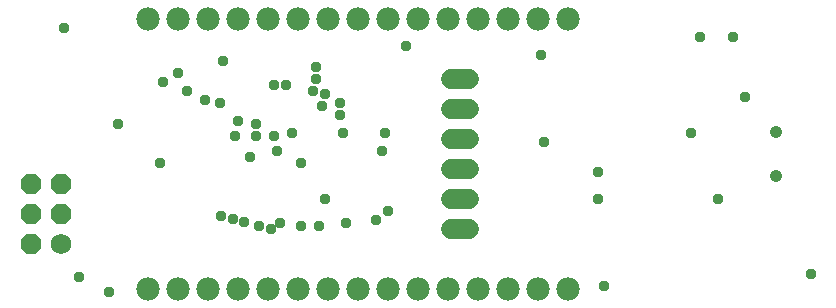
<source format=gbr>
G04 EAGLE Gerber RS-274X export*
G75*
%MOMM*%
%FSLAX34Y34*%
%LPD*%
%INSoldermask Bottom*%
%IPPOS*%
%AMOC8*
5,1,8,0,0,1.08239X$1,22.5*%
G01*
%ADD10C,1.981200*%
%ADD11C,1.727200*%
%ADD12P,1.869504X8X112.500000*%
%ADD13C,1.053200*%
%ADD14C,1.727200*%
%ADD15C,0.959600*%


D10*
X241300Y406400D03*
X266700Y406400D03*
X292100Y406400D03*
X317500Y406400D03*
X342900Y406400D03*
X368300Y406400D03*
X393700Y406400D03*
X419100Y406400D03*
X444500Y406400D03*
X469900Y406400D03*
X495300Y406400D03*
X520700Y406400D03*
X546100Y406400D03*
X571500Y406400D03*
X596900Y406400D03*
X241300Y635000D03*
X266700Y635000D03*
X292100Y635000D03*
X317500Y635000D03*
X342900Y635000D03*
X368300Y635000D03*
X393700Y635000D03*
X419100Y635000D03*
X444500Y635000D03*
X469900Y635000D03*
X495300Y635000D03*
X520700Y635000D03*
X546100Y635000D03*
X571500Y635000D03*
X596900Y635000D03*
D11*
X167640Y444500D03*
D12*
X167640Y469900D03*
X167640Y495300D03*
X142240Y444500D03*
X142240Y469900D03*
X142240Y495300D03*
D13*
X773020Y501700D03*
X773020Y539700D03*
D14*
X513080Y457200D02*
X497840Y457200D01*
X497840Y482600D02*
X513080Y482600D01*
X513080Y508000D02*
X497840Y508000D01*
X497840Y533400D02*
X513080Y533400D01*
X513080Y558800D02*
X497840Y558800D01*
X497840Y584200D02*
X513080Y584200D01*
D15*
X215900Y546100D03*
X403860Y563880D03*
X363220Y538480D03*
X304800Y599440D03*
X251460Y513080D03*
X314960Y535940D03*
X408940Y462280D03*
X406400Y538480D03*
X459740Y612140D03*
X327660Y518160D03*
X576580Y530860D03*
X622300Y482600D03*
X388620Y561340D03*
X802640Y419100D03*
X746760Y568960D03*
X701040Y538480D03*
X622300Y505460D03*
X574040Y604520D03*
X627380Y408940D03*
X170180Y627380D03*
X208280Y403860D03*
X182880Y416560D03*
X441960Y538480D03*
X403860Y553720D03*
X347980Y535940D03*
X332740Y535940D03*
X317500Y548640D03*
X254000Y581660D03*
X391160Y571500D03*
X381000Y574040D03*
X383540Y584200D03*
X347980Y579120D03*
X370840Y513080D03*
X332740Y546100D03*
X358140Y579120D03*
X383464Y594436D03*
X274320Y574040D03*
X289560Y566420D03*
X302260Y563880D03*
X303100Y468200D03*
X322990Y462690D03*
X335280Y459740D03*
X345440Y457200D03*
X353136Y462356D03*
X386080Y459740D03*
X370840Y459740D03*
X391160Y482600D03*
X439420Y523240D03*
X350520Y523240D03*
X266700Y589280D03*
X313260Y465660D03*
X434340Y464820D03*
X723900Y482600D03*
X444500Y472440D03*
X708660Y619760D03*
X736600Y619760D03*
M02*

</source>
